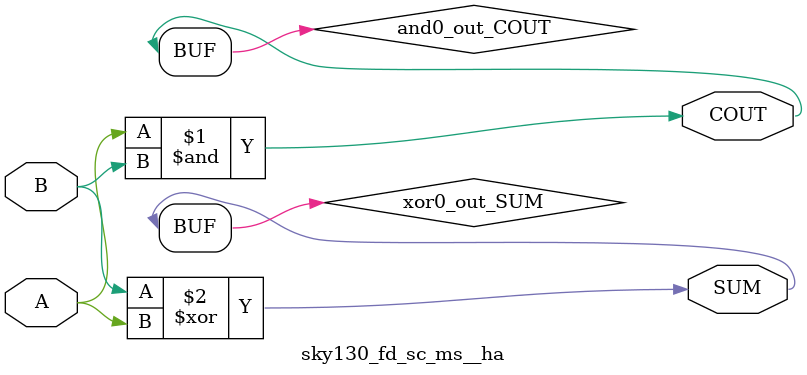
<source format=v>
/*
 * Copyright 2020 The SkyWater PDK Authors
 *
 * Licensed under the Apache License, Version 2.0 (the "License");
 * you may not use this file except in compliance with the License.
 * You may obtain a copy of the License at
 *
 *     https://www.apache.org/licenses/LICENSE-2.0
 *
 * Unless required by applicable law or agreed to in writing, software
 * distributed under the License is distributed on an "AS IS" BASIS,
 * WITHOUT WARRANTIES OR CONDITIONS OF ANY KIND, either express or implied.
 * See the License for the specific language governing permissions and
 * limitations under the License.
 *
 * SPDX-License-Identifier: Apache-2.0
*/


`ifndef SKY130_FD_SC_MS__HA_FUNCTIONAL_V
`define SKY130_FD_SC_MS__HA_FUNCTIONAL_V

/**
 * ha: Half adder.
 *
 * Verilog simulation functional model.
 */

`timescale 1ns / 1ps
`default_nettype none

`celldefine
module sky130_fd_sc_ms__ha (
    COUT,
    SUM ,
    A   ,
    B
);

    // Module ports
    output COUT;
    output SUM ;
    input  A   ;
    input  B   ;

    // Local signals
    wire and0_out_COUT;
    wire xor0_out_SUM ;

    //  Name  Output         Other arguments
    and and0 (and0_out_COUT, A, B           );
    buf buf0 (COUT         , and0_out_COUT  );
    xor xor0 (xor0_out_SUM , B, A           );
    buf buf1 (SUM          , xor0_out_SUM   );

endmodule
`endcelldefine

`default_nettype wire
`endif  // SKY130_FD_SC_MS__HA_FUNCTIONAL_V
</source>
